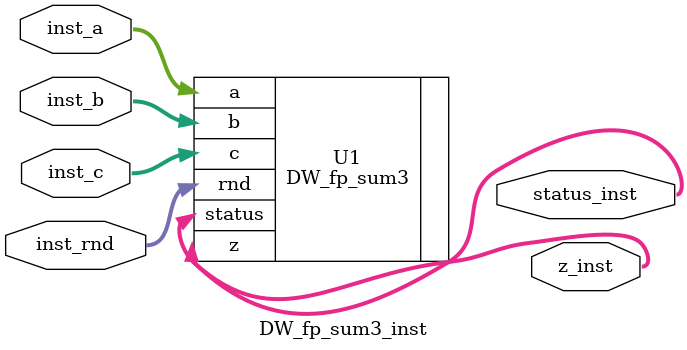
<source format=v>
module DW_fp_sum3_inst( inst_a, inst_b, inst_c, inst_rnd, z_inst, 
		status_inst );

parameter inst_sig_width = 23;
parameter inst_exp_width = 8;
parameter inst_ieee_compliance = 0;
parameter inst_arch_type = 0;


input [inst_sig_width+inst_exp_width : 0] inst_a;
input [inst_sig_width+inst_exp_width : 0] inst_b;
input [inst_sig_width+inst_exp_width : 0] inst_c;
input [2 : 0] inst_rnd;
output [inst_sig_width+inst_exp_width : 0] z_inst;
output [7 : 0] status_inst;

    // Instance of DW_fp_sum3
    DW_fp_sum3 #(inst_sig_width, inst_exp_width, inst_ieee_compliance, inst_arch_type) U1 (
			.a(inst_a),
			.b(inst_b),
			.c(inst_c),
			.rnd(inst_rnd),
			.z(z_inst),
			.status(status_inst) );

endmodule

</source>
